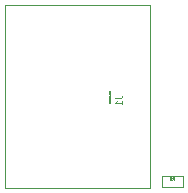
<source format=gbo>
G04 (created by PCBNEW-RS274X (2011-05-25)-stable) date Tue 14 Jan 2014 03:28:53 PM CET*
G01*
G70*
G90*
%MOIN*%
G04 Gerber Fmt 3.4, Leading zero omitted, Abs format*
%FSLAX34Y34*%
G04 APERTURE LIST*
%ADD10C,0.006000*%
%ADD11C,0.003900*%
%ADD12C,0.002000*%
%ADD13C,0.000400*%
G04 APERTURE END LIST*
G54D10*
G54D11*
X01830Y-03080D02*
X02030Y-03080D01*
X02030Y-03080D02*
X02030Y-02720D01*
X02030Y-02720D02*
X02030Y-02700D01*
X02030Y-02700D02*
X01830Y-02700D01*
X01810Y-03080D02*
X01350Y-03080D01*
X01350Y-03080D02*
X01350Y-02700D01*
X01350Y-02700D02*
X01830Y-02700D01*
X01830Y-03080D02*
X01810Y-03080D01*
X00926Y-03092D02*
X-03877Y-03092D01*
X00945Y-00025D02*
X00945Y03015D01*
X00945Y03015D02*
X-01475Y03015D01*
X-01475Y03015D02*
X-03895Y03015D01*
X-03895Y03015D02*
X-03895Y-00025D01*
X-03895Y-00025D02*
X-03895Y-03085D01*
X00945Y-03085D02*
X00945Y-00005D01*
G54D12*
X01742Y-02840D02*
X01742Y-02742D01*
X01704Y-02742D01*
X01695Y-02746D01*
X01690Y-02751D01*
X01686Y-02760D01*
X01686Y-02774D01*
X01690Y-02784D01*
X01695Y-02788D01*
X01704Y-02793D01*
X01742Y-02793D01*
X01648Y-02751D02*
X01644Y-02746D01*
X01634Y-02742D01*
X01611Y-02742D01*
X01602Y-02746D01*
X01597Y-02751D01*
X01592Y-02760D01*
X01592Y-02770D01*
X01597Y-02784D01*
X01653Y-02840D01*
X01592Y-02840D01*
G54D11*
X-00228Y-00112D02*
X-00073Y-00112D01*
X-00042Y-00103D01*
X-00021Y-00084D01*
X-00011Y-00056D01*
X-00011Y-00037D01*
X-00011Y-00309D02*
X-00011Y-00197D01*
X-00011Y-00253D02*
X-00228Y-00253D01*
X-00197Y-00234D01*
X-00176Y-00215D01*
X-00166Y-00197D01*
G54D13*
X-00395Y00145D02*
X-00393Y00138D01*
X-00393Y00126D01*
X-00395Y00122D01*
X-00398Y00119D01*
X-00402Y00117D01*
X-00407Y00117D01*
X-00412Y00119D01*
X-00414Y00122D01*
X-00417Y00126D01*
X-00419Y00136D01*
X-00421Y00141D01*
X-00424Y00143D01*
X-00428Y00145D01*
X-00433Y00145D01*
X-00438Y00143D01*
X-00440Y00141D01*
X-00443Y00136D01*
X-00443Y00124D01*
X-00440Y00117D01*
X-00393Y00095D02*
X-00443Y00095D01*
X-00393Y00071D02*
X-00443Y00071D01*
X-00407Y00054D01*
X-00443Y00038D01*
X-00393Y00038D01*
X-00388Y00026D02*
X-00388Y-00012D01*
X-00443Y-00038D02*
X-00407Y-00038D01*
X-00400Y-00036D01*
X-00395Y-00031D01*
X-00393Y-00024D01*
X-00393Y-00019D01*
X-00407Y-00060D02*
X-00407Y-00083D01*
X-00393Y-00055D02*
X-00443Y-00071D01*
X-00393Y-00088D01*
X-00398Y-00133D02*
X-00395Y-00131D01*
X-00393Y-00124D01*
X-00393Y-00119D01*
X-00395Y-00112D01*
X-00400Y-00107D01*
X-00405Y-00105D01*
X-00414Y-00103D01*
X-00421Y-00103D01*
X-00431Y-00105D01*
X-00436Y-00107D01*
X-00440Y-00112D01*
X-00443Y-00119D01*
X-00443Y-00124D01*
X-00440Y-00131D01*
X-00438Y-00133D01*
X-00393Y-00155D02*
X-00443Y-00155D01*
X-00393Y-00183D02*
X-00421Y-00162D01*
X-00443Y-00183D02*
X-00414Y-00155D01*
X-00419Y-00205D02*
X-00419Y-00222D01*
X-00393Y-00229D02*
X-00393Y-00205D01*
X-00443Y-00205D01*
X-00443Y-00229D01*
X-00443Y-00243D02*
X-00443Y-00271D01*
X-00393Y-00257D02*
X-00443Y-00257D01*
M02*

</source>
